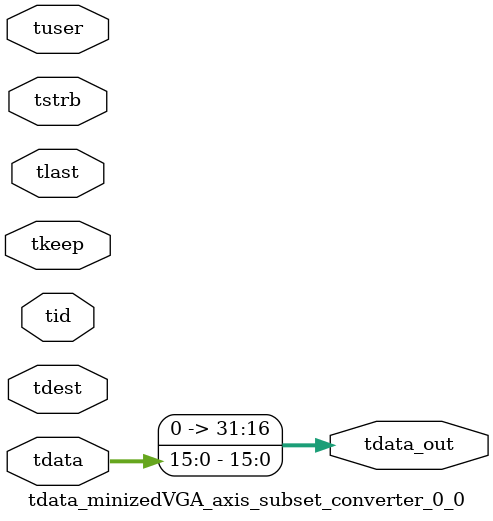
<source format=v>


`timescale 1ps/1ps

module tdata_minizedVGA_axis_subset_converter_0_0 #
(
parameter C_S_AXIS_TDATA_WIDTH = 32,
parameter C_S_AXIS_TUSER_WIDTH = 0,
parameter C_S_AXIS_TID_WIDTH   = 0,
parameter C_S_AXIS_TDEST_WIDTH = 0,
parameter C_M_AXIS_TDATA_WIDTH = 32
)
(
input  [(C_S_AXIS_TDATA_WIDTH == 0 ? 1 : C_S_AXIS_TDATA_WIDTH)-1:0     ] tdata,
input  [(C_S_AXIS_TUSER_WIDTH == 0 ? 1 : C_S_AXIS_TUSER_WIDTH)-1:0     ] tuser,
input  [(C_S_AXIS_TID_WIDTH   == 0 ? 1 : C_S_AXIS_TID_WIDTH)-1:0       ] tid,
input  [(C_S_AXIS_TDEST_WIDTH == 0 ? 1 : C_S_AXIS_TDEST_WIDTH)-1:0     ] tdest,
input  [(C_S_AXIS_TDATA_WIDTH/8)-1:0 ] tkeep,
input  [(C_S_AXIS_TDATA_WIDTH/8)-1:0 ] tstrb,
input                                                                    tlast,
output [C_M_AXIS_TDATA_WIDTH-1:0] tdata_out
);

assign tdata_out = {tdata[15:0]};

endmodule


</source>
